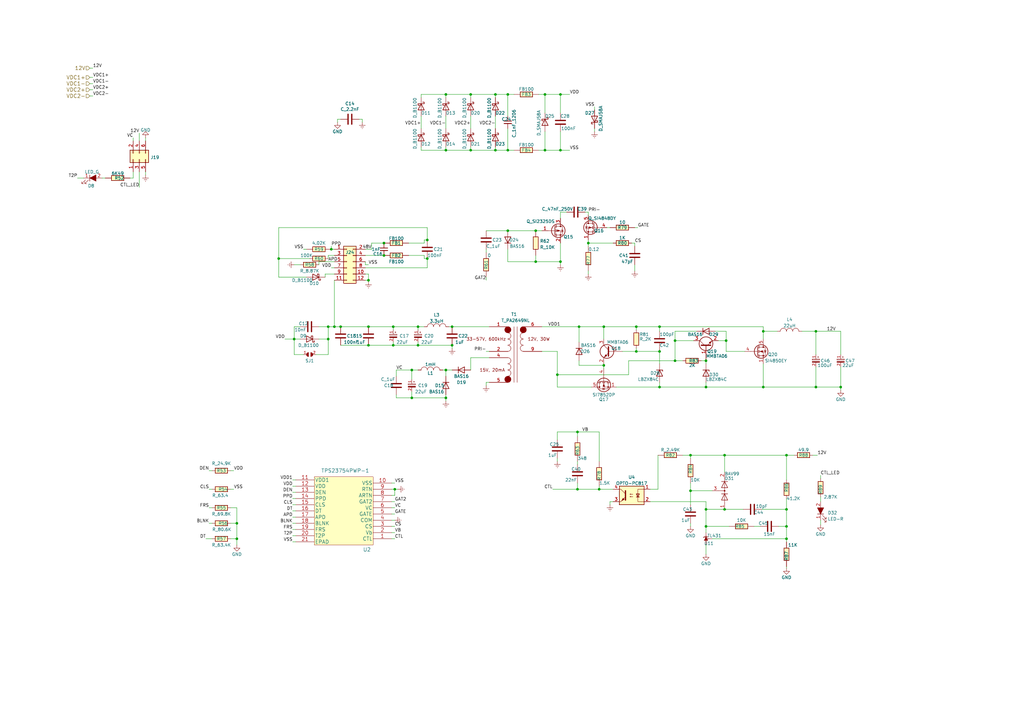
<source format=kicad_sch>
(kicad_sch (version 20230121) (generator eeschema)
  (paper "A3")
  (junction (at 229.87 61.595))
  (junction (at 229.87 107.315))
  (junction (at 236.855 177.165))
  (junction (at 322.58 220.98))
  (junction (at 229.87 38.735))
  (junction (at 260.985 144.145))
  (junction (at 193.04 38.735))
  (junction (at 260.985 133.985))
  (junction (at 322.58 186.69))
  (junction (at 97.155 220.98))
  (junction (at 297.18 208.915))
  (junction (at 193.04 61.595))
  (junction (at 157.48 99.695))
  (junction (at 334.645 135.89))
  (junction (at 120.65 139.065))
  (junction (at 247.65 149.86))
  (junction (at 203.2 38.735))
  (junction (at 161.925 200.66))
  (junction (at 270.51 133.985))
  (junction (at 270.51 144.145))
  (junction (at 182.88 61.595))
  (junction (at 137.16 133.985))
  (junction (at 322.58 208.915))
  (junction (at 157.48 104.775))
  (junction (at 245.745 200.66))
  (junction (at 151.13 141.605))
  (junction (at 161.29 133.985))
  (junction (at 297.815 139.7))
  (junction (at 289.56 215.9))
  (junction (at 241.3 99.695))
  (junction (at 168.91 151.765))
  (junction (at 219.71 107.315))
  (junction (at 182.88 151.765))
  (junction (at 182.88 163.195))
  (junction (at 276.86 147.955))
  (junction (at 134.62 139.065))
  (junction (at 168.91 163.195))
  (junction (at 289.56 147.955))
  (junction (at 289.56 158.75))
  (junction (at 223.52 38.735))
  (junction (at 182.88 38.735))
  (junction (at 322.58 215.9))
  (junction (at 185.42 133.985))
  (junction (at 208.28 94.615))
  (junction (at 151.13 133.985))
  (junction (at 161.29 141.605))
  (junction (at 313.055 135.89))
  (junction (at 276.86 139.7))
  (junction (at 344.805 158.75))
  (junction (at 134.62 133.985))
  (junction (at 185.42 141.605))
  (junction (at 114.3 106.045))
  (junction (at 236.855 200.66))
  (junction (at 283.21 201.295))
  (junction (at 334.645 158.75))
  (junction (at 171.45 141.605))
  (junction (at 283.21 186.69))
  (junction (at 175.26 98.425))
  (junction (at 228.6 153.67))
  (junction (at 223.52 61.595))
  (junction (at 270.51 158.75))
  (junction (at 151.13 114.935))
  (junction (at 97.155 214.63))
  (junction (at 313.055 158.75))
  (junction (at 219.71 94.615))
  (junction (at 247.65 133.985))
  (junction (at 171.45 133.985))
  (junction (at 175.26 106.045))
  (junction (at 139.7 133.985))
  (junction (at 237.49 133.985))
  (junction (at 208.28 38.735))
  (junction (at 135.89 102.235))
  (junction (at 289.56 208.915))
  (junction (at 203.2 61.595))
  (junction (at 297.18 186.69))
  (junction (at 208.28 61.595))
  (wire (pts (xy 149.86 102.235) (xy 152.4 102.235)))
  (wire (pts (xy 138.43 50.165) (xy 138.43 48.895)))
  (wire (pts (xy 149.86 109.855) (xy 175.26 109.855)))
  (wire (pts (xy 297.815 139.7) (xy 294.64 139.7)))
  (wire (pts (xy 245.745 177.165) (xy 236.855 177.165)))
  (wire (pts (xy 38.1 39.37) (xy 36.83 39.37)))
  (wire (pts (xy 297.18 186.69) (xy 322.58 186.69)))
  (wire (pts (xy 251.46 99.695) (xy 241.3 99.695)))
  (wire (pts (xy 185.42 141.605) (xy 185.42 142.875)))
  (wire (pts (xy 172.72 47.625) (xy 172.72 52.705)))
  (wire (pts (xy 120.65 139.065) (xy 120.65 145.415)))
  (wire (pts (xy 149.86 104.775) (xy 157.48 104.775)))
  (wire (pts (xy 228.6 180.34) (xy 228.6 177.165)))
  (wire (pts (xy 149.86 108.585) (xy 151.13 108.585)))
  (wire (pts (xy 54.61 73.025) (xy 53.34 73.025)))
  (wire (pts (xy 223.52 61.595) (xy 229.87 61.595)))
  (wire (pts (xy 245.745 189.23) (xy 245.745 177.165)))
  (wire (pts (xy 184.15 133.985) (xy 185.42 133.985)))
  (wire (pts (xy 292.1 220.98) (xy 322.58 220.98)))
  (wire (pts (xy 229.87 53.975) (xy 229.87 61.595)))
  (wire (pts (xy 208.28 52.705) (xy 208.28 61.595)))
  (wire (pts (xy 97.155 214.63) (xy 97.155 220.98)))
  (wire (pts (xy 260.35 99.695) (xy 259.08 99.695)))
  (wire (pts (xy 289.56 156.845) (xy 289.56 158.75)))
  (wire (pts (xy 229.87 89.535) (xy 229.87 86.995)))
  (wire (pts (xy 223.52 38.735) (xy 229.87 38.735)))
  (wire (pts (xy 86.995 193.04) (xy 85.725 193.04)))
  (wire (pts (xy 344.805 150.495) (xy 344.805 158.75)))
  (wire (pts (xy 172.72 38.735) (xy 182.88 38.735)))
  (wire (pts (xy 135.89 102.235) (xy 137.16 102.235)))
  (wire (pts (xy 135.89 100.965) (xy 135.89 102.235)))
  (wire (pts (xy 160.655 213.36) (xy 161.925 213.36)))
  (wire (pts (xy 152.4 99.695) (xy 152.4 102.235)))
  (wire (pts (xy 257.81 147.955) (xy 257.81 153.67)))
  (wire (pts (xy 114.3 106.045) (xy 127 106.045)))
  (wire (pts (xy 133.35 113.665) (xy 133.35 112.395)))
  (wire (pts (xy 175.26 109.855) (xy 175.26 106.045)))
  (wire (pts (xy 305.435 144.145) (xy 297.815 144.145)))
  (wire (pts (xy 57.15 70.485) (xy 57.15 76.835)))
  (wire (pts (xy 57.15 54.61) (xy 57.15 57.785)))
  (wire (pts (xy 203.2 47.625) (xy 203.2 52.705)))
  (wire (pts (xy 247.65 149.86) (xy 247.65 151.13)))
  (wire (pts (xy 38.1 31.75) (xy 36.83 31.75)))
  (wire (pts (xy 344.805 145.415) (xy 344.805 135.89)))
  (wire (pts (xy 313.055 135.89) (xy 318.77 135.89)))
  (wire (pts (xy 222.25 133.985) (xy 237.49 133.985)))
  (wire (pts (xy 149.86 107.315) (xy 149.86 108.585)))
  (wire (pts (xy 247.65 133.985) (xy 260.985 133.985)))
  (wire (pts (xy 162.56 161.925) (xy 162.56 163.195)))
  (wire (pts (xy 114.3 106.045) (xy 114.3 93.345)))
  (wire (pts (xy 229.87 61.595) (xy 233.68 61.595)))
  (wire (pts (xy 270.51 133.985) (xy 313.055 133.985)))
  (wire (pts (xy 129.54 145.415) (xy 134.62 145.415)))
  (wire (pts (xy 54.61 56.515) (xy 54.61 57.785)))
  (wire (pts (xy 171.45 140.335) (xy 171.45 141.605)))
  (wire (pts (xy 151.13 112.395) (xy 151.13 114.935)))
  (wire (pts (xy 193.04 60.325) (xy 193.04 61.595)))
  (wire (pts (xy 161.925 198.12) (xy 160.655 198.12)))
  (wire (pts (xy 252.73 158.75) (xy 270.51 158.75)))
  (wire (pts (xy 250.19 93.345) (xy 248.92 93.345)))
  (wire (pts (xy 289.56 205.74) (xy 289.56 208.915)))
  (wire (pts (xy 243.84 52.705) (xy 243.84 53.975)))
  (wire (pts (xy 182.88 151.765) (xy 185.42 151.765)))
  (wire (pts (xy 270.51 144.145) (xy 270.51 149.225)))
  (wire (pts (xy 43.18 73.025) (xy 41.91 73.025)))
  (wire (pts (xy 130.81 139.065) (xy 134.62 139.065)))
  (wire (pts (xy 121.285 196.85) (xy 120.015 196.85)))
  (wire (pts (xy 120.65 133.985) (xy 123.19 133.985)))
  (wire (pts (xy 134.62 133.985) (xy 137.16 133.985)))
  (wire (pts (xy 162.56 163.195) (xy 168.91 163.195)))
  (wire (pts (xy 161.29 141.605) (xy 151.13 141.605)))
  (wire (pts (xy 38.1 36.83) (xy 36.83 36.83)))
  (wire (pts (xy 130.81 133.985) (xy 134.62 133.985)))
  (wire (pts (xy 85.725 200.66) (xy 86.995 200.66)))
  (wire (pts (xy 289.56 218.44) (xy 289.56 215.9)))
  (wire (pts (xy 260.985 133.985) (xy 270.51 133.985)))
  (wire (pts (xy 171.45 133.985) (xy 173.99 133.985)))
  (wire (pts (xy 161.925 218.44) (xy 160.655 218.44)))
  (wire (pts (xy 219.71 94.615) (xy 222.25 94.615)))
  (wire (pts (xy 336.55 194.945) (xy 336.55 196.215)))
  (wire (pts (xy 270.51 135.89) (xy 270.51 133.985)))
  (wire (pts (xy 151.13 114.935) (xy 151.13 115.57)))
  (wire (pts (xy 336.55 213.36) (xy 336.55 215.265)))
  (wire (pts (xy 283.21 198.12) (xy 283.21 201.295)))
  (wire (pts (xy 210.82 38.735) (xy 208.28 38.735)))
  (wire (pts (xy 134.62 106.045) (xy 134.62 104.775)))
  (wire (pts (xy 160.655 200.66) (xy 161.925 200.66)))
  (wire (pts (xy 123.19 139.065) (xy 120.65 139.065)))
  (wire (pts (xy 287.655 147.955) (xy 289.56 147.955)))
  (wire (pts (xy 161.925 205.74) (xy 160.655 205.74)))
  (wire (pts (xy 172.72 61.595) (xy 182.88 61.595)))
  (wire (pts (xy 168.91 151.765) (xy 168.91 155.575)))
  (wire (pts (xy 54.61 70.485) (xy 54.61 73.025)))
  (wire (pts (xy 199.39 156.845) (xy 200.66 156.845)))
  (wire (pts (xy 59.69 70.485) (xy 59.69 71.755)))
  (wire (pts (xy 199.39 113.665) (xy 199.39 114.935)))
  (wire (pts (xy 241.3 86.995) (xy 241.3 88.265)))
  (wire (pts (xy 210.82 61.595) (xy 208.28 61.595)))
  (wire (pts (xy 255.27 144.145) (xy 260.985 144.145)))
  (wire (pts (xy 124.46 102.235) (xy 125.73 102.235)))
  (wire (pts (xy 147.32 48.895) (xy 148.59 48.895)))
  (wire (pts (xy 162.56 154.305) (xy 162.56 151.765)))
  (wire (pts (xy 161.925 203.2) (xy 161.925 200.66)))
  (wire (pts (xy 121.285 222.25) (xy 120.015 222.25)))
  (wire (pts (xy 344.805 135.89) (xy 334.645 135.89)))
  (wire (pts (xy 161.29 133.985) (xy 151.13 133.985)))
  (wire (pts (xy 121.285 201.93) (xy 120.015 201.93)))
  (wire (pts (xy 229.87 38.735) (xy 229.87 46.355)))
  (wire (pts (xy 173.99 106.045) (xy 175.26 106.045)))
  (wire (pts (xy 173.99 99.695) (xy 173.99 98.425)))
  (wire (pts (xy 220.98 61.595) (xy 223.52 61.595)))
  (wire (pts (xy 260.35 100.965) (xy 260.35 99.695)))
  (wire (pts (xy 199.39 102.235) (xy 199.39 103.505)))
  (wire (pts (xy 297.815 135.89) (xy 297.815 139.7)))
  (wire (pts (xy 219.71 107.315) (xy 219.71 104.775)))
  (wire (pts (xy 94.615 214.63) (xy 97.155 214.63)))
  (wire (pts (xy 133.35 112.395) (xy 137.16 112.395)))
  (wire (pts (xy 297.18 186.69) (xy 283.21 186.69)))
  (wire (pts (xy 236.855 198.12) (xy 236.855 200.66)))
  (wire (pts (xy 173.99 98.425) (xy 175.26 98.425)))
  (wire (pts (xy 137.16 114.935) (xy 137.16 133.985)))
  (wire (pts (xy 120.015 199.39) (xy 121.285 199.39)))
  (wire (pts (xy 260.985 144.145) (xy 260.985 142.875)))
  (wire (pts (xy 120.015 204.47) (xy 121.285 204.47)))
  (wire (pts (xy 38.1 27.94) (xy 36.83 27.94)))
  (wire (pts (xy 334.645 158.75) (xy 344.805 158.75)))
  (wire (pts (xy 236.855 200.66) (xy 245.745 200.66)))
  (wire (pts (xy 120.015 209.55) (xy 121.285 209.55)))
  (wire (pts (xy 114.3 113.665) (xy 114.3 106.045)))
  (wire (pts (xy 313.055 133.985) (xy 313.055 135.89)))
  (wire (pts (xy 134.62 139.065) (xy 134.62 145.415)))
  (wire (pts (xy 228.6 153.67) (xy 257.81 153.67)))
  (wire (pts (xy 261.62 93.345) (xy 260.35 93.345)))
  (wire (pts (xy 116.84 139.065) (xy 120.65 139.065)))
  (wire (pts (xy 241.3 111.125) (xy 241.3 112.395)))
  (wire (pts (xy 161.925 210.82) (xy 160.655 210.82)))
  (wire (pts (xy 228.6 153.67) (xy 228.6 158.75)))
  (wire (pts (xy 97.155 220.98) (xy 97.155 223.52)))
  (wire (pts (xy 222.25 144.145) (xy 228.6 144.145)))
  (wire (pts (xy 114.3 93.345) (xy 175.26 93.345)))
  (wire (pts (xy 260.985 135.255) (xy 260.985 133.985)))
  (wire (pts (xy 285.75 135.89) (xy 276.86 135.89)))
  (wire (pts (xy 193.04 38.735) (xy 182.88 38.735)))
  (wire (pts (xy 322.58 204.47) (xy 322.58 208.915)))
  (wire (pts (xy 247.65 149.225) (xy 247.65 149.86)))
  (wire (pts (xy 297.815 144.145) (xy 297.815 139.7)))
  (wire (pts (xy 171.45 141.605) (xy 161.29 141.605)))
  (wire (pts (xy 229.87 107.315) (xy 229.87 108.585)))
  (wire (pts (xy 297.18 208.915) (xy 304.8 208.915)))
  (wire (pts (xy 160.655 203.2) (xy 161.925 203.2)))
  (wire (pts (xy 309.245 215.9) (xy 311.785 215.9)))
  (wire (pts (xy 208.28 61.595) (xy 203.2 61.595)))
  (wire (pts (xy 313.055 158.75) (xy 334.645 158.75)))
  (wire (pts (xy 260.985 144.145) (xy 270.51 144.145)))
  (wire (pts (xy 208.28 94.615) (xy 219.71 94.615)))
  (wire (pts (xy 38.1 34.29) (xy 36.83 34.29)))
  (wire (pts (xy 121.285 217.17) (xy 120.015 217.17)))
  (wire (pts (xy 137.16 133.985) (xy 139.7 133.985)))
  (wire (pts (xy 228.6 158.75) (xy 242.57 158.75)))
  (wire (pts (xy 297.18 193.675) (xy 297.18 186.69)))
  (wire (pts (xy 241.3 98.425) (xy 241.3 99.695)))
  (wire (pts (xy 130.81 108.585) (xy 130.81 107.315)))
  (wire (pts (xy 280.035 147.955) (xy 276.86 147.955)))
  (wire (pts (xy 243.84 43.815) (xy 243.84 45.085)))
  (wire (pts (xy 203.2 60.325) (xy 203.2 61.595)))
  (wire (pts (xy 289.56 208.915) (xy 297.18 208.915)))
  (wire (pts (xy 322.58 215.9) (xy 322.58 220.98)))
  (wire (pts (xy 130.81 107.315) (xy 137.16 107.315)))
  (wire (pts (xy 173.99 104.775) (xy 173.99 106.045)))
  (wire (pts (xy 229.87 99.695) (xy 229.87 107.315)))
  (wire (pts (xy 245.745 199.39) (xy 245.745 200.66)))
  (wire (pts (xy 289.56 215.9) (xy 289.56 208.915)))
  (wire (pts (xy 168.91 163.195) (xy 182.88 163.195)))
  (wire (pts (xy 167.64 99.695) (xy 173.99 99.695)))
  (wire (pts (xy 322.58 220.98) (xy 322.58 222.25)))
  (wire (pts (xy 193.04 151.765) (xy 193.04 146.685)))
  (wire (pts (xy 182.88 161.925) (xy 182.88 163.195)))
  (wire (pts (xy 139.7 133.985) (xy 151.13 133.985)))
  (wire (pts (xy 260.35 108.585) (xy 260.35 111.125)))
  (wire (pts (xy 333.375 186.69) (xy 335.28 186.69)))
  (wire (pts (xy 241.3 99.695) (xy 241.3 100.965)))
  (wire (pts (xy 313.055 158.75) (xy 289.56 158.75)))
  (wire (pts (xy 182.88 61.595) (xy 182.88 60.325)))
  (wire (pts (xy 229.87 86.995) (xy 232.41 86.995)))
  (wire (pts (xy 182.88 38.735) (xy 182.88 40.005)))
  (wire (pts (xy 276.86 147.955) (xy 257.81 147.955)))
  (wire (pts (xy 171.45 135.255) (xy 171.45 133.985)))
  (wire (pts (xy 344.805 158.75) (xy 344.805 160.02)))
  (wire (pts (xy 283.21 201.295) (xy 283.21 207.01)))
  (wire (pts (xy 208.28 107.315) (xy 219.71 107.315)))
  (wire (pts (xy 193.04 47.625) (xy 193.04 52.705)))
  (wire (pts (xy 120.65 139.065) (xy 120.65 133.985)))
  (wire (pts (xy 152.4 99.695) (xy 157.48 99.695)))
  (wire (pts (xy 293.37 135.89) (xy 297.815 135.89)))
  (wire (pts (xy 228.6 144.145) (xy 228.6 153.67)))
  (wire (pts (xy 181.61 151.765) (xy 182.88 151.765)))
  (wire (pts (xy 283.21 201.295) (xy 292.1 201.295)))
  (wire (pts (xy 247.65 133.985) (xy 247.65 139.065)))
  (wire (pts (xy 237.49 149.86) (xy 247.65 149.86)))
  (wire (pts (xy 334.645 150.495) (xy 334.645 158.75)))
  (wire (pts (xy 120.65 108.585) (xy 123.19 108.585)))
  (wire (pts (xy 203.2 40.005) (xy 203.2 38.735)))
  (wire (pts (xy 135.89 109.855) (xy 137.16 109.855)))
  (wire (pts (xy 94.615 208.28) (xy 97.155 208.28)))
  (wire (pts (xy 220.98 38.735) (xy 223.52 38.735)))
  (wire (pts (xy 236.855 177.165) (xy 236.855 179.07)))
  (wire (pts (xy 322.58 186.69) (xy 322.58 196.85)))
  (wire (pts (xy 59.69 56.515) (xy 59.69 57.785)))
  (wire (pts (xy 148.59 48.895) (xy 148.59 50.165)))
  (wire (pts (xy 313.055 135.89) (xy 313.055 139.065)))
  (wire (pts (xy 172.72 40.005) (xy 172.72 38.735)))
  (wire (pts (xy 121.285 207.01) (xy 120.015 207.01)))
  (wire (pts (xy 289.56 147.955) (xy 289.56 149.225)))
  (wire (pts (xy 167.64 104.775) (xy 173.99 104.775)))
  (wire (pts (xy 283.21 214.63) (xy 283.21 215.9)))
  (wire (pts (xy 193.04 61.595) (xy 182.88 61.595)))
  (wire (pts (xy 138.43 48.895) (xy 139.7 48.895)))
  (wire (pts (xy 245.745 200.66) (xy 251.46 200.66)))
  (wire (pts (xy 97.155 208.28) (xy 97.155 214.63)))
  (wire (pts (xy 228.6 177.165) (xy 236.855 177.165)))
  (wire (pts (xy 84.455 220.98) (xy 86.995 220.98)))
  (wire (pts (xy 284.48 139.7) (xy 276.86 139.7)))
  (wire (pts (xy 289.56 158.75) (xy 270.51 158.75)))
  (wire (pts (xy 219.71 107.315) (xy 229.87 107.315)))
  (wire (pts (xy 226.695 200.66) (xy 236.855 200.66)))
  (wire (pts (xy 94.615 200.66) (xy 95.885 200.66)))
  (wire (pts (xy 85.725 214.63) (xy 86.995 214.63)))
  (wire (pts (xy 199.39 158.115) (xy 199.39 156.845)))
  (wire (pts (xy 171.45 133.985) (xy 161.29 133.985)))
  (wire (pts (xy 283.21 187.96) (xy 283.21 186.69)))
  (wire (pts (xy 121.285 212.09) (xy 120.015 212.09)))
  (wire (pts (xy 139.7 141.605) (xy 151.13 141.605)))
  (wire (pts (xy 289.56 147.32) (xy 289.56 147.955)))
  (wire (pts (xy 228.6 187.96) (xy 228.6 189.23)))
  (wire (pts (xy 237.49 147.955) (xy 237.49 149.86)))
  (wire (pts (xy 334.645 145.415) (xy 334.645 135.89)))
  (wire (pts (xy 162.56 151.765) (xy 168.91 151.765)))
  (wire (pts (xy 229.87 38.735) (xy 233.68 38.735)))
  (wire (pts (xy 171.45 141.605) (xy 185.42 141.605)))
  (wire (pts (xy 223.52 38.735) (xy 223.52 46.355)))
  (wire (pts (xy 269.875 200.66) (xy 269.875 186.69)))
  (wire (pts (xy 161.925 220.98) (xy 160.655 220.98)))
  (wire (pts (xy 161.925 200.66) (xy 163.195 200.66)))
  (wire (pts (xy 168.91 160.655) (xy 168.91 163.195)))
  (wire (pts (xy 134.62 133.985) (xy 134.62 139.065)))
  (wire (pts (xy 175.26 93.345) (xy 175.26 98.425)))
  (wire (pts (xy 168.91 151.765) (xy 171.45 151.765)))
  (wire (pts (xy 34.29 73.025) (xy 31.75 73.025)))
  (wire (pts (xy 193.04 146.685) (xy 200.66 146.685)))
  (wire (pts (xy 95.885 193.04) (xy 94.615 193.04)))
  (wire (pts (xy 161.925 215.9) (xy 160.655 215.9)))
  (wire (pts (xy 94.615 220.98) (xy 97.155 220.98)))
  (wire (pts (xy 312.42 208.915) (xy 322.58 208.915)))
  (wire (pts (xy 313.055 149.225) (xy 313.055 158.75)))
  (wire (pts (xy 336.55 203.835) (xy 336.55 205.74)))
  (wire (pts (xy 161.29 133.985) (xy 161.29 135.255)))
  (wire (pts (xy 322.58 215.9) (xy 319.405 215.9)))
  (wire (pts (xy 240.03 86.995) (xy 241.3 86.995)))
  (wire (pts (xy 270.51 143.51) (xy 270.51 144.145)))
  (wire (pts (xy 172.72 60.325) (xy 172.72 61.595)))
  (wire (pts (xy 208.28 38.735) (xy 203.2 38.735)))
  (wire (pts (xy 322.58 186.69) (xy 325.755 186.69)))
  (wire (pts (xy 120.015 214.63) (xy 121.285 214.63)))
  (wire (pts (xy 289.56 215.9) (xy 299.085 215.9)))
  (wire (pts (xy 86.995 208.28) (xy 85.725 208.28)))
  (wire (pts (xy 208.28 38.735) (xy 208.28 47.625)))
  (wire (pts (xy 283.21 186.69) (xy 280.035 186.69)))
  (wire (pts (xy 114.3 113.665) (xy 125.73 113.665)))
  (wire (pts (xy 134.62 104.775) (xy 137.16 104.775)))
  (wire (pts (xy 250.19 207.01) (xy 250.19 205.74)))
  (wire (pts (xy 199.39 94.615) (xy 208.28 94.615)))
  (wire (pts (xy 289.56 223.52) (xy 289.56 227.33)))
  (wire (pts (xy 322.58 232.41) (xy 322.58 233.045)))
  (wire (pts (xy 182.88 47.625) (xy 182.88 52.705)))
  (wire (pts (xy 276.86 135.89) (xy 276.86 139.7)))
  (wire (pts (xy 149.86 114.935) (xy 151.13 114.935)))
  (wire (pts (xy 120.015 219.71) (xy 121.285 219.71)))
  (wire (pts (xy 203.2 61.595) (xy 193.04 61.595)))
  (wire (pts (xy 149.86 112.395) (xy 151.13 112.395)))
  (wire (pts (xy 322.58 208.915) (xy 322.58 215.9)))
  (wire (pts (xy 182.88 154.305) (xy 182.88 151.765)))
  (wire (pts (xy 160.655 208.28) (xy 161.925 208.28)))
  (wire (pts (xy 203.2 38.735) (xy 193.04 38.735)))
  (wire (pts (xy 208.28 102.235) (xy 208.28 107.315)))
  (wire (pts (xy 266.7 205.74) (xy 289.56 205.74)))
  (wire (pts (xy 270.51 158.75) (xy 270.51 156.845)))
  (wire (pts (xy 237.49 133.985) (xy 237.49 140.335)))
  (wire (pts (xy 328.93 135.89) (xy 334.645 135.89)))
  (wire (pts (xy 185.42 133.985) (xy 200.66 133.985)))
  (wire (pts (xy 193.04 40.005) (xy 193.04 38.735)))
  (wire (pts (xy 120.65 145.415) (xy 124.46 145.415)))
  (wire (pts (xy 266.7 200.66) (xy 269.875 200.66)))
  (wire (pts (xy 276.86 139.7) (xy 276.86 147.955)))
  (wire (pts (xy 223.52 53.975) (xy 223.52 61.595)))
  (wire (pts (xy 250.19 205.74) (xy 251.46 205.74)))
  (wire (pts (xy 237.49 133.985) (xy 247.65 133.985)))
  (wire (pts (xy 236.855 189.23) (xy 236.855 190.5)))
  (wire (pts (xy 161.29 140.335) (xy 161.29 141.605)))
  (wire (pts (xy 182.88 163.195) (xy 182.88 164.465)))
  (wire (pts (xy 199.39 144.145) (xy 200.66 144.145)))
  (label "CTL_LED" (at 336.55 194.945 0))
  (label "GAT2" (at 161.925 205.74 0))
  (label "VDC1-" (at 182.88 51.435 180))
  (label "VDC1-" (at 38.1 34.29 0))
  (label "BLNK" (at 85.725 214.63 180))
  (label "FRS" (at 120.015 217.17 180))
  (label "VSS" (at 95.885 200.66 0))
  (label "CTL" (at 226.695 200.66 180))
  (label "VDD" (at 120.015 199.39 180))
  (label "DT" (at 120.015 209.55 180))
  (label "VDD" (at 95.885 193.04 0))
  (label "48V" (at 152.4 102.235 180))
  (label "VSS" (at 161.925 198.12 0))
  (label "GATE" (at 161.925 210.82 0))
  (label "T2P" (at 31.75 73.025 180))
  (label "VSS" (at 124.46 102.235 180))
  (label "VDC2+" (at 193.04 51.435 180))
  (label "GATE" (at 261.62 93.345 0))
  (label "VB" (at 161.925 218.44 0))
  (label "VSS" (at 243.84 43.815 180))
  (label "BLNK" (at 120.015 214.63 180))
  (label "VDD1" (at 120.015 196.85 180))
  (label "VSS" (at 120.015 222.25 180))
  (label "DEN" (at 120.015 201.93 180))
  (label "CS" (at 161.925 215.9 0))
  (label "12V" (at 339.09 135.89 0))
  (label "VC" (at 161.925 208.28 0))
  (label "VDC2-" (at 38.1 39.37 0))
  (label "VDD" (at 233.68 38.735 0))
  (label "VDC1+" (at 38.1 31.75 0))
  (label "CS" (at 260.35 99.695 0))
  (label "VDC2+" (at 38.1 36.83 0))
  (label "12V" (at 335.28 186.69 0))
  (label "PRI-" (at 199.39 144.145 180))
  (label "VC" (at 165.1 151.765 180))
  (label "VSS" (at 233.68 61.595 0))
  (label "CTL_LED" (at 57.15 76.835 180))
  (label "APD" (at 134.62 107.315 0))
  (label "CLS" (at 85.725 200.66 180))
  (label "FRS" (at 85.725 208.28 180))
  (label "APD" (at 120.015 212.09 180))
  (label "CTL" (at 161.925 220.98 0))
  (label "VDC2-" (at 203.2 51.435 180))
  (label "VDD" (at 116.84 139.065 180))
  (label "T2P" (at 120.015 219.71 180))
  (label "12V" (at 38.1 27.94 0))
  (label "VDC1+" (at 172.72 51.435 180))
  (label "DEN" (at 85.725 193.04 180))
  (label "PRI-" (at 241.3 86.995 0))
  (label "GAT2" (at 199.39 114.935 180))
  (label "CLS" (at 120.015 207.01 180))
  (label "12V" (at 57.15 54.61 180))
  (label "VB" (at 241.3 177.165 180))
  (label "VDD" (at 135.89 109.855 180))
  (label "PPD" (at 120.015 204.47 180))
  (label "VSS" (at 151.13 108.585 0))
  (label "VDD1" (at 224.79 133.985 0))
  (label "PPD" (at 135.89 100.965 0))
  (label "DT" (at 84.455 220.98 180))
  (label "VC" (at 54.61 56.515 180))
  (hierarchical_label "VDC1+" (shape input) (at 36.83 31.75 180) (effects (font (size 1.524 1.524))))
  (hierarchical_label "VDC1-" (shape input) (at 36.83 34.29 180) (effects (font (size 1.524 1.524))))
  (hierarchical_label "VDC2-" (shape input) (at 36.83 39.37 180) (effects (font (size 1.524 1.524))))
  (hierarchical_label "VDC2+" (shape input) (at 36.83 36.83 180) (effects (font (size 1.524 1.524))))
  (hierarchical_label "12V" (shape input) (at 36.83 27.94 180) (effects (font (size 1.524 1.524))))
  (symbol (lib_id "Open Automation:C_22uF_100V") (at 168.91 158.115 0) (unit 1)
    (property "Reference" "C19" (at 171.45 158.115 0) (effects (justify left)))
    (property "Value" "22uF" (at 170.18 160.655 0) (effects (justify left)))
    (property "Footprint" "Capacitor_SMD:C_Elec_8x10.2" (effects hide))
    (property "Datasheet" "https://datasheet.lcsc.com/lcsc/2010160933_ROQANG-RVT2A220M0810_C90264.pdf" (effects hide))
    (property "Part Number" "RVT2A220M0810" (effects hide))
    (property "LCSC" "C90264" (effects hide))
  )
  (symbol (lib_id "Open Automation:BAS16") (at 237.49 144.145 270) (unit 1)
    (property "Reference" "D26" (at 240.03 144.145 90))
    (property "Value" "BAS16" (at 241.3 141.605 90))
    (property "Footprint" "Package_TO_SOT_SMD:SOT-23" (effects hide))
    (property "Datasheet" "https://datasheet.lcsc.com/lcsc/1810292111_LRC-LBAS16LT1G_C78887.pdf" (effects hide))
    (property "Part Number" "LBAS16LT1G" (effects hide))
    (property "LCSC" "C78887" (effects hide))
  )
  (symbol (lib_id "Open Automation:T_PA2649NL") (at 210.82 145.415 0) (unit 1)
    (property "Reference" "T1" (at 210.82 128.905 0))
    (property "Value" "T_PA2649NL" (at 211.455 131.445 0))
    (property "Footprint" "Open_Automation:T_PA2649NL" (effects hide))
    (property "Datasheet" "https://productfinder.pulseeng.com/products/datasheets/P675.pdf" (effects hide))
    (property "Part Number" "PA2649NL" (effects hide))
  )
  (symbol (lib_id "Open Automation:R_41.2K") (at 322.58 200.66 0) (unit 1)
    (property "Reference" "R86" (at 322.58 201.93 90) (effects (justify left)))
    (property "Value" "41.2K" (at 322.58 204.47 0) (effects (justify left)))
    (property "Footprint" "Resistor_SMD:R_0402_1005Metric_Pad0.72x0.64mm_HandSolder" (effects hide))
    (property "Datasheet" "https://datasheet.lcsc.com/szlcsc/Uniroyal-Elec-0402WGF4122TCE_C26978.pdf" (effects hide))
    (property "Part Number" "0402WGF4122TCE" (effects hide))
    (property "LCSC" "C26978" (effects hide))
  )
  (symbol (lib_id "Open Automation:R_11K") (at 322.58 227.33 90) (unit 1)
    (property "Reference" "R87" (at 322.58 226.06 0) (effects (justify right)))
    (property "Value" "11K" (at 323.215 223.52 90) (effects (justify right)))
    (property "Footprint" "Resistor_SMD:R_0603_1608Metric" (effects hide))
    (property "Datasheet" "https://datasheet.lcsc.com/lcsc/2110260130_UNI-ROYAL-Uniroyal-Elec-0603WAF1102T5E_C25950.pdf" (effects hide))
    (property "Part Number" "0603WAF1102T5E" (effects hide))
    (property "LCSC" "C25950" (effects hide))
  )
  (symbol (lib_id "Open Automation:R_2.87K") (at 337.185 200.66 90) (unit 1)
    (property "Reference" "R89" (at 336.55 198.755 0) (effects (justify right)))
    (property "Value" "2.87K" (at 337.82 203.835 90) (effects (justify right)))
    (property "Footprint" "Resistor_SMD:R_0402_1005Metric" (effects hide))
    (property "Datasheet" "https://datasheet.lcsc.com/lcsc/2110260430_UNI-ROYAL-Uniroyal-Elec-0402WGF2871TCE_C113479.pdf" (effects hide))
    (property "Part Number" "0402WGF2871TCE" (effects hide))
    (property "LCSC" "C113479" (effects hide))
  )
  (symbol (lib_id "Open Automation:D_B1100") (at 172.72 56.515 270) (unit 1)
    (property "Reference" "D12" (at 172.72 59.055 90) (effects (justify left)))
    (property "Value" "D_B1100" (at 170.18 52.705 0) (effects (justify left)))
    (property "Footprint" "Diode_SMD:D_SMA" (effects hide))
    (property "Datasheet" "https://datasheet.lcsc.com/lcsc/1809191914_Diodes-Incorporated-B1100-13-F_C110106.pdf" (effects hide))
    (property "Part Number" "B1100-13-F" (effects hide))
    (property "LCSC" "C110106" (effects hide))
  )
  (symbol (lib_id "Open Automation:Q_SI7852DP") (at 247.65 156.21 90) (mirror x) (unit 1)
    (property "Reference" "Q17" (at 247.65 163.83 90))
    (property "Value" "SI7852DP" (at 247.65 161.925 90))
    (property "Footprint" "Package_SO:PowerPAK_SO-8_Single" (effects hide))
    (property "Datasheet" "https://datasheet.lcsc.com/lcsc/1804140024_Vishay-Intertech-SI7852DP-T1-E3_C141509.pdf" (effects hide))
    (property "Part Number" "SI7852DP-T1-E3" (effects hide))
    (property "LCSC" "C141509" (effects hide))
  )
  (symbol (lib_id "Open Automation:C_22nF") (at 236.855 194.31 0) (unit 1)
    (property "Reference" "C40" (at 234.315 192.405 0) (effects (justify left)))
    (property "Value" "22nF" (at 231.775 196.85 0) (effects (justify left)))
    (property "Footprint" "Capacitor_SMD:C_0402_1005Metric" (effects hide))
    (property "Datasheet" "https://datasheet.lcsc.com/lcsc/1811141710_FH-Guangdong-Fenghua-Advanced-Tech-0402B223K500NT_C1532.pdf" (effects hide))
    (property "LCSC" "C1532" (effects hide))
    (property "Part Number" "0402B223K500NT" (effects hide))
  )
  (symbol (lib_id "Open Automation:C_100nF_1206") (at 175.26 102.235 0) (unit 1)
    (property "Reference" "C21" (at 177.8 102.235 0) (effects (justify left)))
    (property "Value" "100nF" (at 175.26 104.775 0) (effects (justify left)))
    (property "Footprint" "Capacitor_SMD:C_1206_3216Metric_Pad1.33x1.80mm_HandSolder" (effects hide))
    (property "Datasheet" "https://datasheet.lcsc.com/szlcsc/Samsung-Electro-Mechanics-CL31B104KCFNNNE_C1945.pdf" (effects hide))
    (property "LCSC" "C1945" (effects hide))
    (property "Part Number" "CL31B104KCFNNNE" (effects hide))
  )
  (symbol (lib_id "Open Automation:C_1nF_1206") (at 208.28 50.165 0) (unit 1)
    (property "Reference" "C24" (at 205.74 48.895 0) (effects (justify left)))
    (property "Value" "C_1nF_1206" (at 210.82 56.515 90) (effects (justify left)))
    (property "Footprint" "Capacitor_SMD:C_1206_3216Metric_Pad1.33x1.80mm_HandSolder" (effects hide))
    (property "Datasheet" "https://datasheet.lcsc.com/szlcsc/YAGEO-CC1206KKX7RDBB102_C23631.pdf" (effects hide))
    (property "Part Number" "CC1206KKX7RDBB102" (effects hide))
    (property "LCSC" "C23631" (effects hide))
  )
  (symbol (lib_id "Open Automation:Q_MMBTA06") (at 248.92 144.145 0) (mirror y) (unit 1)
    (property "Reference" "Q18" (at 254.635 142.875 0) (effects (justify left)))
    (property "Value" "MMBTA06" (at 257.81 140.335 0) (effects (justify left)))
    (property "Footprint" "Package_TO_SOT_SMD:SOT-23" (effects hide))
    (property "Datasheet" "https://datasheet.lcsc.com/lcsc/1810301518_onsemi-MMBTA06LT1G_C77760.pdf" (effects hide))
    (property "Part Number" "MMBTA06LT1G" (effects hide))
    (property "LCSC" "C77760" (effects hide))
  )
  (symbol (lib_id "Open Automation:Q_MMBTA06") (at 289.56 140.97 90) (unit 1)
    (property "Reference" "Q19" (at 294.005 144.145 90) (effects (justify left)))
    (property "Value" "MMBTA06" (at 298.45 146.05 90) (effects (justify left)))
    (property "Footprint" "Package_TO_SOT_SMD:SOT-23" (effects hide))
    (property "Datasheet" "https://datasheet.lcsc.com/lcsc/1810301518_onsemi-MMBTA06LT1G_C77760.pdf" (effects hide))
    (property "Part Number" "MMBTA06LT1G" (effects hide))
    (property "LCSC" "C77760" (effects hide))
  )
  (symbol (lib_id "power:Earth") (at 199.39 158.115 0) (unit 1)
    (property "Reference" "#PWR0144" (effects hide))
    (property "Value" "Earth" (effects hide))
  )
  (symbol (lib_id "Open Automation:D_B1100") (at 182.88 43.815 270) (unit 1)
    (property "Reference" "D13" (at 182.88 46.355 90) (effects (justify left)))
    (property "Value" "D_B1100" (at 180.34 40.005 0) (effects (justify left)))
    (property "Footprint" "Diode_SMD:D_SMA" (effects hide))
    (property "Datasheet" "https://datasheet.lcsc.com/lcsc/1809191914_Diodes-Incorporated-B1100-13-F_C110106.pdf" (effects hide))
    (property "Part Number" "B1100-13-F" (effects hide))
    (property "LCSC" "C110106" (effects hide))
  )
  (symbol (lib_id "Open Automation:C_100pF") (at 270.51 139.7 0) (unit 1)
    (property "Reference" "C42" (at 270.51 141.605 0) (effects (justify left)))
    (property "Value" "100pF" (at 270.51 137.16 0) (effects (justify left)))
    (property "Footprint" "Capacitor_SMD:C_0402_1005Metric_Pad0.74x0.62mm_HandSolder" (effects hide))
    (property "Datasheet" "https://datasheet.lcsc.com/szlcsc/Guangdong-Fenghua-Advanced-Tech-0402CG101J500NT_C1546.pdf" (effects hide))
    (property "Part Number" "0402CG101J500NT" (effects hide))
    (property "LCSC" "C1546" (effects hide))
  )
  (symbol (lib_id "Open Automation:L_1mH") (at 176.53 151.765 0) (unit 1)
    (property "Reference" "L1" (at 176.53 153.035 0))
    (property "Value" "1mH" (at 176.53 149.4591 0))
    (property "Footprint" "Inductor_SMD:L_Taiyo-Yuden_NR-80xx_HandSoldering" (effects hide))
    (property "Datasheet" "https://datasheet.lcsc.com/lcsc/2006231717_YJYCOIN-YNR8040-102M_C341088.pdf" (effects hide))
    (property "Part Number" "YNR8040-102M" (effects hide))
    (property "LCSC" "C341088" (effects hide))
  )
  (symbol (lib_id "Open Automation:R_2K") (at 283.21 147.32 180) (unit 1)
    (property "Reference" "R83" (at 282.575 147.955 0) (effects (justify right)))
    (property "Value" "2K" (at 282.575 149.86 0) (effects (justify right)))
    (property "Footprint" "Resistor_SMD:R_1206_3216Metric" (effects hide))
    (property "Datasheet" "https://datasheet.lcsc.com/lcsc/2110251930_UNI-ROYAL-Uniroyal-Elec-1206W4F2001T5E_C17944.pdf" (effects hide))
    (property "Part Number" "1206W4F2001T5E" (effects hide))
    (property "LCSC" "C17944" (effects hide))
  )
  (symbol (lib_id "Open Automation:R_1K_0402") (at 255.27 99.695 270) (mirror x) (unit 1)
    (property "Reference" "R80" (at 255.27 99.695 90))
    (property "Value" "1K" (at 255.27 97.5161 90))
    (property "Footprint" "Resistor_SMD:R_0402_1005Metric_Pad0.72x0.64mm_HandSolder" (effects hide))
    (property "Datasheet" "https://www.digikey.com/product-detail/en/panasonic-electronic-components/ERJ-3GEYJ102V/P1.0KGDKR-ND/577615" (effects hide))
    (property "Part Number" "0402WGF1001TCE" (effects hide))
    (property "LCSC" "C11702" (effects hide))
  )
  (symbol (lib_id "Open Automation:R_6K49_0402") (at 48.26 73.025 270) (unit 1)
    (property "Reference" "R52" (at 46.99 73.025 90) (effects (justify left)))
    (property "Value" "6K49" (at 45.72 71.12 90) (effects (justify left)))
    (property "Footprint" "Resistor_SMD:R_0402_1005Metric_Pad0.72x0.64mm_HandSolder" (effects hide))
    (property "Datasheet" "https://datasheet.lcsc.com/lcsc/2110260130_UNI-ROYAL-Uniroyal-Elec-0402WGF6491TCE_C25916.pdf" (effects hide))
    (property "Part Number" "0402WGF1002TCE" (effects hide))
    (property "LCSC" "C25916" (effects hide))
  )
  (symbol (lib_id "Open Automation:R_348") (at 236.855 184.15 90) (unit 1)
    (property "Reference" "R63" (at 236.855 182.88 0) (effects (justify right)))
    (property "Value" "348" (at 236.855 187.96 90) (effects (justify right)))
    (property "Footprint" "Resistor_SMD:R_0402_1005Metric" (effects hide))
    (property "Datasheet" "https://datasheet.lcsc.com/lcsc/2110260030_UNI-ROYAL-Uniroyal-Elec-0402WGF1501TCE_C25867.pdf" (effects hide))
    (property "Part Number" "0402WGF1501TCE" (effects hide))
    (property "LCSC" "C25867" (effects hide))
  )
  (symbol (lib_id "power:Earth") (at 120.65 108.585 270) (unit 1)
    (property "Reference" "#PWR0142" (effects hide))
    (property "Value" "Earth" (effects hide))
  )
  (symbol (lib_id "Open Automation:R_10K_0402") (at 304.165 215.9 90) (unit 1)
    (property "Reference" "R85" (at 305.435 215.9 90) (effects (justify left)))
    (property "Value" "10K" (at 306.07 213.36 90) (effects (justify left)))
    (property "Footprint" "Resistor_SMD:R_0402_1005Metric_Pad0.72x0.64mm_HandSolder" (effects hide))
    (property "Datasheet" "https://datasheet.lcsc.com/szlcsc/Uniroyal-Elec-0402WGF1002TCE_C25744.pdf" (effects hide))
    (property "Part Number" "0402WGF1002TCE" (effects hide))
    (property "LCSC" "C25744" (effects hide))
  )
  (symbol (lib_id "Open Automation:R_100K_0402") (at 130.81 106.045 270) (unit 1)
    (property "Reference" "R60" (at 130.81 106.045 90))
    (property "Value" "100K" (at 125.73 104.775 90))
    (property "Footprint" "Resistor_SMD:R_0402_1005Metric_Pad0.72x0.64mm_HandSolder" (effects hide))
    (property "Datasheet" "https://datasheet.lcsc.com/lcsc/1810111814_UNI-ROYAL-Uniroyal-Elec-0402WGF1003TCE_C25741.pdf" (effects hide))
    (property "Part Number" "0402WGF1003TCE" (effects hide))
    (property "LCSC" "C25741" (effects hide))
  )
  (symbol (lib_id "power:GND") (at 344.805 160.02 0) (unit 1)
    (property "Reference" "#PWR0132" (effects hide))
    (property "Value" "GND" (at 344.805 163.83 0))
  )
  (symbol (lib_id "Open_Automation:R_80.6K") (at 90.805 214.63 270) (unit 1)
    (property "Reference" "R56" (at 89.535 214.63 90) (effects (justify left)))
    (property "Value" "R_80.6K" (at 86.995 217.17 90) (effects (justify left)))
    (property "Footprint" "Resistor_SMD:R_0402_1005Metric_Pad0.72x0.64mm_HandSolder" (effects hide))
    (property "Datasheet" "https://datasheet.lcsc.com/szlcsc/Uniroyal-Elec-0402WGF8062TCE_C25921.pdf" (effects hide))
    (property "Part Number" "0402WGF8062TCE" (effects hide))
    (property "LCSC" "C25921" (effects hide))
  )
  (symbol (lib_id "Open Automation:FB100") (at 162.56 104.775 90) (unit 1)
    (property "Reference" "FB2" (at 162.56 104.775 90))
    (property "Value" "FB100" (at 162.56 107.315 90))
    (property "Footprint" "Resistor_SMD:R_1206_3216Metric" (effects hide))
    (property "Datasheet" "https://datasheet.lcsc.com/lcsc/1810311315_FH-Guangdong-Fenghua-Advanced-Tech-CBW321609U101T_C91466.pdf" (effects hide))
    (property "Part Number" "CBW321609U101T" (effects hide))
    (property "LCSC" "C91466" (effects hide))
  )
  (symbol (lib_id "Open Automation:D_LBZX84C") (at 289.56 153.035 270) (unit 1)
    (property "Reference" "D30" (at 290.83 153.67 90) (effects (justify left)))
    (property "Value" "LBZX84C" (at 289.56 155.575 90) (effects (justify left)))
    (property "Footprint" "Package_TO_SOT_SMD:SOT-23" (effects hide))
    (property "Datasheet" "https://datasheet.lcsc.com/lcsc/1809111518_LRC-LBZX84C12LT1G_C12773.pdf" (effects hide))
    (property "Part Number" "LBZX84C12LT1G" (effects hide))
    (property "LCSC" "C12773" (effects hide))
  )
  (symbol (lib_id "power:GND") (at 289.56 227.33 0) (unit 1)
    (property "Reference" "#PWR0136" (effects hide))
    (property "Value" "GND" (at 289.56 231.14 0))
  )
  (symbol (lib_id "Open Automation:SJ") (at 127 145.415 0) (unit 1)
    (property "Reference" "SJ1" (at 127 147.955 0))
    (property "Value" "SJ" (effects hide))
    (property "Footprint" "Open_Automation:SJUMP" (effects hide))
  )
  (symbol (lib_id "Open Automation:LED-0603-R") (at 336.55 209.55 90) (unit 1)
    (property "Reference" "D32" (at 339.471 210.3155 90) (effects (justify right)))
    (property "Value" "LED-R" (at 339.471 212.8524 90) (effects (justify right)))
    (property "Footprint" "LED_SMD:LED_0603_1608Metric" (effects hide))
    (property "Datasheet" "https://www.digikey.com/products/en?keywords=475-2512-2-ND" (effects hide))
    (property "Part Number" "LS Q976-NR-1" (effects hide))
  )
  (symbol (lib_id "Open Automation:L_3.3uH") (at 179.07 133.985 0) (unit 1)
    (property "Reference" "L3" (at 179.07 129.1422 0))
    (property "Value" "3.3uH" (at 179.07 131.6791 0))
    (property "Footprint" "Inductor_SMD:L_Taiyo-Yuden_NR-50xx_HandSoldering" (effects hide))
    (property "Datasheet" "https://datasheet.lcsc.com/lcsc/2006231814_YJYCOIN-YNR6020-3R3N_C341044.pdf" (effects hide))
    (property "Part Number" "YNR6020-3R3N" (effects hide))
    (property "LCSC" "C341044" (effects hide))
  )
  (symbol (lib_id "Open Automation:R_49.9_0402") (at 329.565 186.69 90) (unit 1)
    (property "Reference" "R88" (at 329.565 186.69 90))
    (property "Value" "49.9" (at 329.565 184.5111 90))
    (property "Footprint" "Resistor_SMD:R_0402_1005Metric_Pad0.72x0.64mm_HandSolder" (effects hide))
    (property "Datasheet" "https://datasheet.lcsc.com/szlcsc/Uniroyal-Elec-0402WGF499JTCE_C25120.pdf" (effects hide))
    (property "Part Number" "0402WGF499JTCE" (effects hide))
    (property "LCSC" "C25120" (effects hide))
  )
  (symbol (lib_id "Open_Automation:R_24.9K") (at 90.805 193.04 270) (unit 1)
    (property "Reference" "R53" (at 90.805 193.04 90))
    (property "Value" "R_24.9K" (at 90.805 190.0936 90))
    (property "Footprint" "Resistor_SMD:R_0603_1608Metric_Pad0.98x0.95mm_HandSolder" (effects hide))
    (property "Datasheet" "https://datasheet.lcsc.com/szlcsc/Uniroyal-Elec-0603WAF2492T5E_C25962.pdf" (effects hide))
    (property "Part Number" "0603WAF2492T5E" (effects hide))
    (property "LCSC" "C25962" (effects hide))
  )
  (symbol (lib_id "Open Automation:C_1uF_1206") (at 185.42 137.795 0) (unit 1)
    (property "Reference" "C22" (at 187.96 137.795 0) (effects (justify left)))
    (property "Value" "1uF" (at 186.69 140.335 0) (effects (justify left)))
    (property "Footprint" "Capacitor_SMD:C_1206_3216Metric_Pad1.33x1.80mm_HandSolder" (effects hide))
    (property "Datasheet" "https://datasheet.lcsc.com/szlcsc/Samsung-Electro-Mechanics-CL31B105KCHNNNE_C13832.pdf" (effects hide))
    (property "LCSC" "C13832" (effects hide))
    (property "Part Number" "CL31B105KCHNNNE" (effects hide))
  )
  (symbol (lib_id "Open Automation:R_63.4K") (at 90.805 220.98 90) (unit 1)
    (property "Reference" "R57" (at 90.805 220.98 90))
    (property "Value" "R_63.4K" (at 90.805 223.52 90))
    (property "Footprint" "Resistor_SMD:R_0402_1005Metric" (effects hide))
    (property "Datasheet" "https://datasheet.lcsc.com/lcsc/1810241345_YAGEO-AC0402FR-0763K4L_C227177.pdf" (effects hide))
    (property "Part Number" "AC0402FR-0763K4L" (effects hide))
    (property "LCSC" "C227177" (effects hide))
  )
  (symbol (lib_id "Open Automation:C_1uF") (at 228.6 184.15 0) (unit 1)
    (property "Reference" "C25" (at 225.425 182.245 0) (effects (justify left)))
    (property "Value" "1uF" (at 224.79 186.69 0) (effects (justify left)))
    (property "Footprint" "Capacitor_SMD:C_0402_1005Metric_Pad0.74x0.62mm_HandSolder" (effects hide))
    (property "Datasheet" "https://datasheet.lcsc.com/szlcsc/Samsung-Electro-Mechanics-CL05A105KA5NQNC_C52923.pdf" (effects hide))
    (property "LCSC" "C52923" (effects hide))
    (property "Part Number" "CL05A105KA5NQNC" (effects hide))
  )
  (symbol (lib_id "Open Automation:D_B1100") (at 127 139.065 180) (unit 1)
    (property "Reference" "D9" (at 125.73 137.795 0) (effects (justify left)))
    (property "Value" "D_B1100" (at 130.81 141.605 0) (effects (justify left)))
    (property "Footprint" "Diode_SMD:D_SMA" (effects hide))
    (property "Datasheet" "https://datasheet.lcsc.com/lcsc/1809191914_Diodes-Incorporated-B1100-13-F_C110106.pdf" (effects hide))
    (property "Part Number" "B1100-13-F" (effects hide))
    (property "LCSC" "C110106" (effects hide))
  )
  (symbol (lib_id "power:Earth") (at 185.42 142.875 0) (unit 1)
    (property "Reference" "#PWR0145" (effects hide))
    (property "Value" "Earth" (effects hide))
  )
  (symbol (lib_id "Open Automation:R_2.49K") (at 274.955 186.69 0) (unit 1)
    (property "Reference" "R82" (at 274.955 186.69 0))
    (property "Value" "R_2.49K" (at 274.955 184.5111 0))
    (property "Footprint" "Resistor_SMD:R_0402_1005Metric" (effects hide))
    (property "Datasheet" "https://datasheet.lcsc.com/lcsc/2110260030_UNI-ROYAL-Uniroyal-Elec-0402WGF1501TCE_C25867.pdf" (effects hide))
    (property "Part Number" "0402WGF1501TCE" (effects hide))
    (property "LCSC" "C25867" (effects hide))
  )
  (symbol (lib_id "Open_Automation:R_63.4") (at 90.805 200.66 270) (unit 1)
    (property "Reference" "R54" (at 89.535 200.66 90) (effects (justify left)))
    (property "Value" "R_63.4" (at 86.995 203.2 90) (effects (justify left)))
    (property "Footprint" "Resistor_SMD:R_0603_1608Metric_Pad0.98x0.95mm_HandSolder" (effects hide))
    (property "Datasheet" "https://datasheet.lcsc.com/szlcsc/Uniroyal-Elec-0402WGF6342TCE_C38606.pdf" (effects hide))
    (property "Part Number" "0603WAF634JT5E" (effects hide))
    (property "LCSC" "C23223" (effects hide))
  )
  (symbol (lib_id "Open Automation:C_100nF_1206") (at 139.7 137.795 0) (unit 1)
    (property "Reference" "C13" (at 142.24 137.795 0) (effects (justify left)))
    (property "Value" "100nF" (at 140.97 140.335 0) (effects (justify left)))
    (property "Footprint" "Capacitor_SMD:C_1206_3216Metric_Pad1.33x1.80mm_HandSolder" (effects hide))
    (property "Datasheet" "https://datasheet.lcsc.com/szlcsc/Samsung-Electro-Mechanics-CL31B104KCFNNNE_C1945.pdf" (effects hide))
    (property "LCSC" "C1945" (effects hide))
    (property "Part Number" "CL31B104KCFNNNE" (effects hide))
  )
  (symbol (lib_id "Open Automation:BAS16") (at 189.23 151.765 0) (unit 1)
    (property "Reference" "D19" (at 189.23 156.845 0))
    (property "Value" "BAS16" (at 189.23 154.305 0))
    (property "Footprint" "Package_TO_SOT_SMD:SOT-23" (effects hide))
    (property "Datasheet" "https://datasheet.lcsc.com/lcsc/1810292111_LRC-LBAS16LT1G_C78887.pdf" (effects hide))
    (property "Part Number" "LBAS16LT1G" (effects hide))
    (property "LCSC" "C78887" (effects hide))
  )
  (symbol (lib_id "power:Earth") (at 250.19 207.01 0) (unit 1)
    (property "Reference" "#PWR0131" (effects hide))
    (property "Value" "Earth" (effects hide))
  )
  (symbol (lib_id "Open Automation:R_0.12") (at 241.3 106.045 90) (unit 1)
    (property "Reference" "R77" (at 241.3 104.775 0) (effects (justify right)))
    (property "Value" "0.12" (at 241.3 102.235 90) (effects (justify right)))
    (property "Footprint" "Resistor_SMD:R_1206_3216Metric" (effects hide))
    (property "Datasheet" "https://datasheet.lcsc.com/lcsc/1811081728_RALEC-RTT06R120FTP_C104930.pdf" (effects hide))
    (property "Part Number" "0402WGF0000TCE" (effects hide))
    (property "LCSC" "C104930" (effects hide))
  )
  (symbol (lib_id "Open Automation:C_10nF_0402") (at 127 133.985 270) (mirror x) (unit 1)
    (property "Reference" "C12" (at 124.46 132.715 90))
    (property "Value" "10nF" (at 123.19 135.255 90))
    (property "Footprint" "Capacitor_SMD:C_0402_1005Metric" (effects hide))
    (property "Datasheet" "https://datasheet.lcsc.com/lcsc/1810191223_Samsung-Electro-Mechanics-CL05B103KB5NNNC_C15195.pdf" (effects hide))
    (property "LCSC" "C15195" (effects hide))
    (property "Part Number" "CL05B103KB5NNNC" (effects hide))
  )
  (symbol (lib_id "Open Automation:D_SMAJ58A") (at 243.84 48.895 90) (unit 1)
    (property "Reference" "D27" (at 243.84 46.355 90) (effects (justify left)))
    (property "Value" "D_SMAJ58A" (at 246.38 53.975 0) (effects (justify left)))
    (property "Footprint" "Diode_SMD:D_SMA_Handsoldering" (effects hide))
    (property "Datasheet" "https://datasheet.lcsc.com/szlcsc/Shenzhen-Ruilongyuan-Elec-SMAJ58A_C10762.pdf" (effects hide))
    (property "Part Number" "SMAJ58A" (effects hide))
    (property "LCSC" "C10762" (effects hide))
  )
  (symbol (lib_id "power:Earth") (at 228.6 189.23 0) (unit 1)
    (property "Reference" "#PWR0130" (effects hide))
    (property "Value" "Earth" (effects hide))
  )
  (symbol (lib_id "Open Automation:Q_SI4848DY") (at 243.84 93.345 0) (mirror y) (unit 1)
    (property "Reference" "Q16" (at 247.65 94.615 0) (effects (justify left)))
    (property "Value" "Q_SI4848DY" (at 252.73 89.535 0) (effects (justify left)))
    (property "Footprint" "Package_SO:SOP-8_3.9x4.9mm_P1.27mm" (effects hide))
    (property "Datasheet" "https://datasheet.lcsc.com/lcsc/2005121732_Vishay-Intertech-SI4848DY-T1-GE3_C500639.pdf" (effects hide))
    (property "Part Number" "SI4848DY-T1-GE3" (effects hide))
    (property "LCSC" "C500639" (effects hide))
  )
  (symbol (lib_id "Open Automation:D_B1100") (at 203.2 56.515 270) (unit 1)
    (property "Reference" "D23" (at 203.2 59.055 90) (effects (justify left)))
    (property "Value" "D_B1100" (at 200.66 52.705 0) (effects (justify left)))
    (property "Footprint" "Diode_SMD:D_SMA" (effects hide))
    (property "Datasheet" "https://datasheet.lcsc.com/lcsc/1809191914_Diodes-Incorporated-B1100-13-F_C110106.pdf" (effects hide))
    (property "Part Number" "B1100-13-F" (effects hide))
    (property "LCSC" "C110106" (effects hide))
  )
  (symbol (lib_id "power:Earth") (at 260.35 111.125 0) (unit 1)
    (property "Reference" "#PWR0129" (effects hide))
    (property "Value" "Earth" (effects hide))
  )
  (symbol (lib_id "Open Automation:C_100nF_1206") (at 229.87 50.165 0) (mirror y) (unit 1)
    (property "Reference" "C28" (at 233.68 47.625 0) (effects (justify left)))
    (property "Value" "100nF" (at 236.22 52.705 0) (effects (justify left)))
    (property "Footprint" "Capacitor_SMD:C_1206_3216Metric_Pad1.33x1.80mm_HandSolder" (effects hide))
    (property "Datasheet" "https://datasheet.lcsc.com/szlcsc/Samsung-Electro-Mechanics-CL31B104KCFNNNE_C1945.pdf" (effects hide))
    (property "LCSC" "C1945" (effects hide))
    (property "Part Number" "CL31B104KCFNNNE" (effects hide))
  )
  (symbol (lib_id "Open Automation:D_B1100") (at 193.04 56.515 270) (unit 1)
    (property "Reference" "D21" (at 193.04 59.055 90) (effects (justify left)))
    (property "Value" "D_B1100" (at 190.5 52.705 0) (effects (justify left)))
    (property "Footprint" "Diode_SMD:D_SMA" (effects hide))
    (property "Datasheet" "https://datasheet.lcsc.com/lcsc/1809191914_Diodes-Incorporated-B1100-13-F_C110106.pdf" (effects hide))
    (property "Part Number" "B1100-13-F" (effects hide))
    (property "LCSC" "C110106" (effects hide))
  )
  (symbol (lib_id "Open Automation:D_SMAJ58A") (at 223.52 50.165 270) (unit 1)
    (property "Reference" "D25" (at 223.52 47.625 90) (effects (justify left)))
    (property "Value" "D_SMAJ58A" (at 220.98 45.085 0) (effects (justify left)))
    (property "Footprint" "Diode_SMD:D_SMA_Handsoldering" (effects hide))
    (property "Datasheet" "https://datasheet.lcsc.com/szlcsc/Shenzhen-Ruilongyuan-Elec-SMAJ58A_C10762.pdf" (effects hide))
    (property "Part Number" "SMAJ58A" (effects hide))
    (property "LCSC" "C10762" (effects hide))
  )
  (symbol (lib_id "power:GND") (at 59.69 56.515 180) (unit 1)
    (property "Reference" "#PWR0138" (effects hide))
    (property "Value" "GND" (at 59.69 53.34 0))
  )
  (symbol (lib_id "Open Automation:C_22uF_100V") (at 171.45 137.795 0) (unit 1)
    (property "Reference" "C20" (at 173.99 137.795 0) (effects (justify left)))
    (property "Value" "22uF" (at 172.72 140.335 0) (effects (justify left)))
    (property "Footprint" "Capacitor_SMD:C_Elec_8x10.2" (effects hide))
    (property "Datasheet" "https://datasheet.lcsc.com/lcsc/2010160933_ROQANG-RVT2A220M0810_C90264.pdf" (effects hide))
    (property "Part Number" "RVT2A220M0810" (effects hide))
    (property "LCSC" "C90264" (effects hide))
  )
  (symbol (lib_id "Open Automation:FB100") (at 215.9 38.735 90) (unit 1)
    (property "Reference" "FB3" (at 215.9 38.735 90))
    (property "Value" "FB100" (at 215.9 36.5561 90))
    (property "Footprint" "Resistor_SMD:R_1206_3216Metric" (effects hide))
    (property "Datasheet" "https://datasheet.lcsc.com/lcsc/1810311315_FH-Guangdong-Fenghua-Advanced-Tech-CBW321609U101T_C91466.pdf" (effects hide))
    (property "Part Number" "CBW321609U101T" (effects hide))
    (property "LCSC" "C91466" (effects hide))
  )
  (symbol (lib_id "Open Automation:D_B1100") (at 203.2 43.815 270) (unit 1)
    (property "Reference" "D22" (at 203.2 46.355 90) (effects (justify left)))
    (property "Value" "D_B1100" (at 200.66 40.005 0) (effects (justify left)))
    (property "Footprint" "Diode_SMD:D_SMA" (effects hide))
    (property "Datasheet" "https://datasheet.lcsc.com/lcsc/1809191914_Diodes-Incorporated-B1100-13-F_C110106.pdf" (effects hide))
    (property "Part Number" "B1100-13-F" (effects hide))
    (property "LCSC" "C110106" (effects hide))
  )
  (symbol (lib_id "Open Automation:R_10") (at 255.27 93.345 0) (mirror y) (unit 1)
    (property "Reference" "R79" (at 255.27 93.345 0))
    (property "Value" "10" (at 255.27 91.1661 0))
    (property "Footprint" "Resistor_SMD:R_0603_1608Metric" (effects hide))
    (property "Datasheet" "https://datasheet.lcsc.com/lcsc/2110252030_UNI-ROYAL-Uniroyal-Elec-0603WAF100JT5E_C22859.pdf" (effects hide))
    (property "Part Number" "0603WAF100JT5E" (effects hide))
    (property "LCSC" "C22859" (effects hide))
  )
  (symbol (lib_id "Open_Automation:TPS23754PWP-1") (at 160.655 220.98 180) (unit 1)
    (property "Reference" "U2" (at 150.495 225.425 0) (effects (font (size 1.524 1.524))))
    (property "Value" "TPS23754PWP-1" (at 141.605 193.04 0) (effects (font (size 1.524 1.524))))
    (property "Footprint" "Package_SO:HTSSOP-20-1EP_4.4x6.5mm_P0.65mm_EP2.74x3.86mm" (effects hide))
    (property "Datasheet" "https://www.ti.com/lit/gpn/tps23754" (effects hide))
    (property "Part Number" "TPS23754PWPR" (effects hide))
    (property "LCSC" "C181651" (effects hide))
  )
  (symbol (lib_id "Open_Automation:LED_G") (at 38.1 73.025 0) (unit 1)
    (property "Reference" "D8" (at 38.735 76.2 0) (effects (justify right)))
    (property "Value" "LED_G" (at 40.64 70.485 0) (effects (justify right)))
    (property "Footprint" "LED_SMD:LED_0603_1608Metric_Pad1.05x0.95mm_HandSolder" (effects hide))
    (property "Datasheet" "https://datasheet.lcsc.com/szlcsc/Everlight-Elec-19-217-BHC-ZL1M2RY-3T_C72041.pdf" (effects hide))
    (property "Part Number" "19-217/BHC-ZL1M2RY/3T" (effects hide))
    (property "LCSC" "C72041" (effects hide))
  )
  (symbol (lib_id "Open Automation:C_1nF_1206") (at 157.48 102.235 0) (unit 1)
    (property "Reference" "C16" (at 153.035 104.14 0) (effects (justify left)))
    (property "Value" "1nF" (at 152.4 102.235 0) (effects (justify left)))
    (property "Footprint" "Capacitor_SMD:C_1206_3216Metric_Pad1.33x1.80mm_HandSolder" (effects hide))
    (property "Datasheet" "https://datasheet.lcsc.com/szlcsc/YAGEO-CC1206KKX7RDBB102_C23631.pdf" (effects hide))
    (property "Part Number" "CC1206KKX7RDBB102" (effects hide))
    (property "LCSC" "C23631" (effects hide))
  )
  (symbol (lib_id "Open Automation:FB100") (at 215.9 61.595 270) (mirror x) (unit 1)
    (property "Reference" "FB4" (at 215.9 61.595 90))
    (property "Value" "FB100" (at 215.9 59.4161 90))
    (property "Footprint" "Resistor_SMD:R_1206_3216Metric" (effects hide))
    (property "Datasheet" "https://datasheet.lcsc.com/lcsc/1810311315_FH-Guangdong-Fenghua-Advanced-Tech-CBW321609U101T_C91466.pdf" (effects hide))
    (property "Part Number" "CBW321609U101T" (effects hide))
    (property "LCSC" "C91466" (effects hide))
  )
  (symbol (lib_id "Open_Automation:C_2.2nF") (at 143.51 48.895 270) (unit 1)
    (property "Reference" "C14" (at 143.51 42.4942 90))
    (property "Value" "C_2.2nF" (at 143.51 44.8056 90))
    (property "Footprint" "Capacitor_SMD:C_1206_3216Metric_Pad1.33x1.80mm_HandSolder" (effects hide))
    (property "Datasheet" "https://datasheet.lcsc.com/szlcsc/1811141110_FH-Guangdong-Fenghua-Advanced-Tech-1206B222K202NT_C41018.pdf" (effects hide))
    (property "LCSC" "C41018" (effects hide))
    (property "Part Number" "1206B222K202NT" (effects hide))
  )
  (symbol (lib_id "Open Automation:D_BAV99") (at 297.18 201.295 270) (mirror x) (unit 1)
    (property "Reference" "D31" (at 297.18 196.215 90) (effects (justify left)))
    (property "Value" "BAV99" (at 297.18 194.31 90) (effects (justify left)))
    (property "Footprint" "Package_TO_SOT_SMD:SOT-323_SC-70" (effects hide))
    (property "Datasheet" "https://datasheet.lcsc.com/lcsc/1810311713_Nexperia-BAV99W-115_C8662.pdf" (effects hide))
    (property "Part Number" "BAV99W,115" (effects hide))
    (property "LCSC" "C8662" (effects hide))
  )
  (symbol (lib_id "Open Automation:22uH") (at 323.85 135.89 0) (unit 1)
    (property "Reference" "L4" (at 323.85 131.0472 0))
    (property "Value" "22uH" (at 323.85 133.5841 0))
    (property "Footprint" "Inductor_SMD:L_Wuerth_HCM-1350" (effects hide))
    (property "Datasheet" "https://datasheet.lcsc.com/lcsc/2006302135_YJYCOIN-YSLF1275-220M_C693896.pdf" (effects hide))
    (property "Part Number" "YSLF1275-220M" (effects hide))
    (property "LCSC" "C693896" (effects hide))
  )
  (symbol (lib_id "power:Earth") (at 163.195 200.66 90) (unit 1)
    (property "Reference" "#PWR0147" (effects hide))
    (property "Value" "Earth" (effects hide))
  )
  (symbol (lib_id "Open Automation:C_10pF") (at 308.61 208.915 90) (unit 1)
    (property "Reference" "C44" (at 311.15 210.185 90))
    (property "Value" "10pF" (at 312.42 207.645 90))
    (property "Footprint" "Capacitor_SMD:C_0402_1005Metric_Pad0.74x0.62mm_HandSolder" (effects hide))
    (property "Datasheet" "https://datasheet.lcsc.com/lcsc/1810191220_Samsung-Electro-Mechanics-CL05C100JB5NNNC_C32949.pdf" (effects hide))
    (property "Part Number" "CL05C100JB5NNNC" (effects hide))
    (property "LCSC" "C32949" (effects hide))
  )
  (symbol (lib_id "Open Automation:C_1uF_1206") (at 151.13 137.795 0) (mirror y) (unit 1)
    (property "Reference" "C15" (at 148.59 137.795 0) (effects (justify left)))
    (property "Value" "1uF" (at 149.86 140.335 0) (effects (justify left)))
    (property "Footprint" "Capacitor_SMD:C_1206_3216Metric_Pad1.33x1.80mm_HandSolder" (effects hide))
    (property "Datasheet" "https://datasheet.lcsc.com/szlcsc/Samsung-Electro-Mechanics-CL31B105KCHNNNE_C13832.pdf" (effects hide))
    (property "LCSC" "C13832" (effects hide))
    (property "Part Number" "CL31B105KCHNNNE" (effects hide))
  )
  (symbol (lib_id "Open Automation:D_B1100") (at 172.72 43.815 270) (unit 1)
    (property "Reference" "D11" (at 172.72 46.355 90) (effects (justify left)))
    (property "Value" "D_B1100" (at 170.18 40.005 0) (effects (justify left)))
    (property "Footprint" "Diode_SMD:D_SMA" (effects hide))
    (property "Datasheet" "https://datasheet.lcsc.com/lcsc/1809191914_Diodes-Incorporated-B1100-13-F_C110106.pdf" (effects hide))
    (property "Part Number" "B1100-13-F" (effects hide))
    (property "LCSC" "C110106" (effects hide))
  )
  (symbol (lib_id "Open Automation:Q_SI4850EY") (at 310.515 144.145 0) (unit 1)
    (property "Reference" "Q20" (at 314.96 145.415 0) (effects (justify left)))
    (property "Value" "SI4850EY" (at 313.69 147.955 0) (effects (justify left)))
    (property "Footprint" "Package_SO:SOP-8_3.9x4.9mm_P1.27mm" (effects hide))
    (property "Datasheet" "https://datasheet.lcsc.com/lcsc/2003192110_Vishay-Intertech-SI4850EY-T1-GE3_C469335.pdf" (effects hide))
    (property "Part Number" "SI4850EY-T1-GE3" (effects hide))
    (property "LCSC" "C469335" (effects hide))
  )
  (symbol (lib_id "power:Earth") (at 241.3 112.395 0) (unit 1)
    (property "Reference" "#PWR0133" (effects hide))
    (property "Value" "Earth" (effects hide))
  )
  (symbol (lib_id "power:Earth") (at 229.87 108.585 0) (unit 1)
    (property "Reference" "#PWR0128" (effects hide))
    (property "Value" "Earth" (effects hide))
  )
  (symbol (lib_id "Connector_Generic:Conn_02x06_Odd_Even") (at 142.24 107.315 0) (unit 1)
    (property "Reference" "J24" (at 143.51 103.505 0))
    (property "Value" "Conn_02x06_Odd_Even" (effects hide))
    (property "Footprint" "Connector_PinHeader_2.54mm:PinHeader_2x06_P2.54mm_Vertical_SMD" (effects hide))
  )
  (symbol (lib_id "Open Automation:C_22uF_100V") (at 161.29 137.795 0) (unit 1)
    (property "Reference" "C17" (at 163.83 137.795 0) (effects (justify left)))
    (property "Value" "22uF" (at 162.56 140.335 0) (effects (justify left)))
    (property "Footprint" "Capacitor_SMD:C_Elec_8x10.2" (effects hide))
    (property "Datasheet" "https://datasheet.lcsc.com/lcsc/2010160933_ROQANG-RVT2A220M0810_C90264.pdf" (effects hide))
    (property "Part Number" "RVT2A220M0810" (effects hide))
    (property "LCSC" "C90264" (effects hide))
  )
  (symbol (lib_id "Open Automation:FB100") (at 162.56 99.695 90) (unit 1)
    (property "Reference" "FB1" (at 162.56 99.695 90))
    (property "Value" "FB100" (at 162.56 97.79 90))
    (property "Footprint" "Resistor_SMD:R_1206_3216Metric" (effects hide))
    (property "Datasheet" "https://datasheet.lcsc.com/lcsc/1810311315_FH-Guangdong-Fenghua-Advanced-Tech-CBW321609U101T_C91466.pdf" (effects hide))
    (property "Part Number" "CBW321609U101T" (effects hide))
    (property "LCSC" "C91466" (effects hide))
  )
  (symbol (lib_id "power:GND") (at 322.58 233.045 0) (unit 1)
    (property "Reference" "#PWR0134" (effects hide))
    (property "Value" "GND" (at 322.58 236.855 0))
  )
  (symbol (lib_id "Open Automation:BAS16") (at 208.28 98.425 90) (unit 1)
    (property "Reference" "D24" (at 210.82 98.425 90))
    (property "Value" "BAS16" (at 212.09 100.965 90))
    (property "Footprint" "Package_TO_SOT_SMD:SOT-23" (effects hide))
    (property "Datasheet" "https://datasheet.lcsc.com/lcsc/1810292111_LRC-LBAS16LT1G_C78887.pdf" (effects hide))
    (property "Part Number" "LBAS16LT1G" (effects hide))
    (property "LCSC" "C78887" (effects hide))
  )
  (symbol (lib_id "Open Automation:D_LBZX84C") (at 270.51 153.035 270) (unit 1)
    (property "Reference" "D28" (at 266.7 153.035 90) (effects (justify left)))
    (property "Value" "LBZX84C" (at 261.62 155.575 90) (effects (justify left)))
    (property "Footprint" "Package_TO_SOT_SMD:SOT-23" (effects hide))
    (property "Datasheet" "https://datasheet.lcsc.com/lcsc/1809111518_LRC-LBZX84C12LT1G_C12773.pdf" (effects hide))
    (property "Part Number" "LBZX84C12LT1G" (effects hide))
    (property "LCSC" "C12773" (effects hide))
  )
  (symbol (lib_id "power:GND") (at 336.55 215.265 0) (unit 1)
    (property "Reference" "#PWR0135" (effects hide))
    (property "Value" "GND" (at 336.55 219.075 0))
  )
  (symbol (lib_id "Open Automation:R_1.5K") (at 245.745 194.31 90) (unit 1)
    (property "Reference" "R78" (at 245.745 193.04 0) (effects (justify right)))
    (property "Value" "1.5K" (at 245.745 198.12 90) (effects (justify right)))
    (property "Footprint" "Resistor_SMD:R_0402_1005Metric" (effects hide))
    (property "Datasheet" "https://datasheet.lcsc.com/lcsc/2110260030_UNI-ROYAL-Uniroyal-Elec-0402WGF1501TCE_C25867.pdf" (effects hide))
    (property "Part Number" "0402WGF1501TCE" (effects hide))
    (property "LCSC" "C25867" (effects hide))
  )
  (symbol (lib_id "power:Earth") (at 151.13 115.57 0) (unit 1)
    (property "Reference" "#PWR0143" (effects hide))
    (property "Value" "Earth" (effects hide))
  )
  (symbol (lib_id "power:Earth") (at 148.59 50.165 0) (unit 1)
    (property "Reference" "#PWR0140" (effects hide))
    (property "Value" "Earth" (effects hide))
  )
  (symbol (lib_id "Open Automation:D_B1100") (at 129.54 113.665 180) (unit 1)
    (property "Reference" "D10" (at 130.81 116.205 0) (effects (justify left)))
    (property "Value" "D_B1100" (at 128.27 114.935 0) (effects (justify left)))
    (property "Footprint" "Diode_SMD:D_SMA" (effects hide))
    (property "Datasheet" "https://datasheet.lcsc.com/lcsc/1809191914_Diodes-Incorporated-B1100-13-F_C110106.pdf" (effects hide))
    (property "Part Number" "B1100-13-F" (effects hide))
    (property "LCSC" "C110106" (effects hide))
  )
  (symbol (lib_id "Open Automation:R_69.8K") (at 90.805 208.28 90) (unit 1)
    (property "Reference" "R55" (at 90.805 208.28 90))
    (property "Value" "R_69.8K" (at 90.805 210.82 90))
    (property "Footprint" "Resistor_SMD:R_0402_1005Metric" (effects hide))
    (property "Datasheet" "https://datasheet.lcsc.com/lcsc/1810241339_YAGEO-AC0402FR-0769K8L_C227195.pdf" (effects hide))
    (property "Part Number" "AC0402FR-0769K8L" (effects hide))
    (property "LCSC" "C227195" (effects hide))
  )
  (symbol (lib_id "Open Automation:C_22uF_100V") (at 344.805 147.955 0) (unit 1)
    (property "Reference" "C47" (at 346.71 147.955 0) (effects (justify left)))
    (property "Value" "22uF" (at 345.44 149.86 0) (effects (justify left)))
    (property "Footprint" "Capacitor_SMD:C_Elec_8x10.2" (effects hide))
    (property "Datasheet" "https://datasheet.lcsc.com/lcsc/2010160933_ROQANG-RVT2A220M0810_C90264.pdf" (effects hide))
    (property "Part Number" "RVT2A220M0810" (effects hide))
    (property "LCSC" "C90264" (effects hide))
  )
  (symbol (lib_id "Open Automation:R_10K_0402") (at 219.71 99.695 0) (unit 1)
    (property "Reference" "R62" (at 221.488 98.8603 0) (effects (justify left)))
    (property "Value" "R_10K" (at 221.488 101.3972 0) (effects (justify left)))
    (property "Footprint" "Resistor_SMD:R_0402_1005Metric_Pad0.72x0.64mm_HandSolder" (effects hide))
    (property "Datasheet" "https://datasheet.lcsc.com/szlcsc/Uniroyal-Elec-0402WGF1002TCE_C25744.pdf" (effects hide))
    (property "Part Number" "0402WGF1002TCE" (effects hide))
    (property "LCSC" "C25744" (effects hide))
  )
  (symbol (lib_id "Open Automation:R_0") (at 199.39 108.585 90) (unit 1)
    (property "Reference" "R61" (at 199.39 108.585 0))
    (property "Value" "0" (at 200.66 104.775 90))
    (property "Footprint" "Resistor_SMD:R_0402_1005Metric" (effects hide))
    (property "Datasheet" "https://datasheet.lcsc.com/lcsc/2110251730_UNI-ROYAL-Uniroyal-Elec-0402WGF0000TCE_C17168.pdf" (effects hide))
    (property "Part Number" "0402WGF0000TCE" (effects hide))
    (property "LCSC" "C17168" (effects hide))
  )
  (symbol (lib_id "Open Automation:R_10K_0402") (at 283.21 193.04 0) (unit 1)
    (property "Reference" "R84" (at 283.21 194.31 90) (effects (justify left)))
    (property "Value" "10K" (at 283.21 196.85 0) (effects (justify left)))
    (property "Footprint" "Resistor_SMD:R_0402_1005Metric_Pad0.72x0.64mm_HandSolder" (effects hide))
    (property "Datasheet" "https://datasheet.lcsc.com/szlcsc/Uniroyal-Elec-0402WGF1002TCE_C25744.pdf" (effects hide))
    (property "Part Number" "0402WGF1002TCE" (effects hide))
    (property "LCSC" "C25744" (effects hide))
  )
  (symbol (lib_id "Open Automation:D_B1100") (at 193.04 43.815 270) (unit 1)
    (property "Reference" "D20" (at 193.04 46.355 90) (effects (justify left)))
    (property "Value" "D_B1100" (at 190.5 40.005 0) (effects (justify left)))
    (property "Footprint" "Diode_SMD:D_SMA" (effects hide))
    (property "Datasheet" "https://datasheet.lcsc.com/lcsc/1809191914_Diodes-Incorporated-B1100-13-F_C110106.pdf" (effects hide))
    (property "Part Number" "B1100-13-F" (effects hide))
    (property "LCSC" "C110106" (effects hide))
  )
  (symbol (lib_id "Open Automation:OPTO-PC817") (at 259.08 203.2 0) (mirror y) (unit 1)
    (property "Reference" "U4" (at 259.08 195.6902 0))
    (property "Value" "OPTO-PC817" (at 259.08 198.2271 0))
    (property "Footprint" "Open_Automation:Opto_PC817X2CSP9F" (effects hide))
    (property "Datasheet" "https://datasheet.lcsc.com/lcsc/1811081221_Sharp-Microelectronics-PC817X2CSP9F_C66405.pdf" (effects hide))
    (property "LCSC" "C66405" (effects hide))
    (property "Part Number" "PC817X2CSP9F" (effects hide))
  )
  (symbol (lib_id "power:Earth") (at 59.69 71.755 0) (unit 1)
    (property "Reference" "#PWR0137" (effects hide))
    (property "Value" "Earth" (effects hide))
  )
  (symbol (lib_id "Open Automation:BAS16") (at 182.88 158.115 270) (unit 1)
    (property "Reference" "D15" (at 180.34 158.115 90))
    (property "Value" "BAS16" (at 179.07 160.655 90))
    (property "Footprint" "Package_TO_SOT_SMD:SOT-23" (effects hide))
    (property "Datasheet" "https://datasheet.lcsc.com/lcsc/1810292111_LRC-LBAS16LT1G_C78887.pdf" (effects hide))
    (property "Part Number" "LBAS16LT1G" (effects hide))
    (property "LCSC" "C78887" (effects hide))
  )
  (symbol (lib_id "power:Earth") (at 182.88 164.465 0) (unit 1)
    (property "Reference" "#PWR0146" (effects hide))
    (property "Value" "Earth" (effects hide))
  )
  (symbol (lib_id "Open Automation:C_47pF") (at 260.35 104.775 0) (mirror y) (unit 1)
    (property "Reference" "C41" (at 257.81 104.775 0) (effects (justify left)))
    (property "Value" "47pF" (at 259.715 107.315 0) (effects (justify left)))
    (property "Footprint" "Capacitor_SMD:C_0402_1005Metric" (effects hide))
    (property "Datasheet" "https://datasheet.lcsc.com/szlcsc/Guangdong-Fenghua-Advanced-Tech-0402CG470J500NT_C1567.pdf" (effects hide))
    (property "Part Number" "0402CG470J500NT" (effects hide))
    (property "LCSC" "C1567" (effects hide))
  )
  (symbol (lib_id "Connector_Generic:Conn_02x03_Odd_Even") (at 57.15 65.405 90) (unit 1)
    (property "Reference" "J19" (at 61.722 64.5688 90) (effects (justify right)))
    (property "Value" "Conn_02x03_Odd_Even" (effects hide))
    (property "Footprint" "Connector_PinHeader_2.54mm:PinHeader_2x03_P2.54mm_Vertical_SMD" (effects hide))
  )
  (symbol (lib_id "Open Automation:D_B1100") (at 182.88 56.515 270) (unit 1)
    (property "Reference" "D14" (at 182.88 59.055 90) (effects (justify left)))
    (property "Value" "D_B1100" (at 180.34 52.705 0) (effects (justify left)))
    (property "Footprint" "Diode_SMD:D_SMA" (effects hide))
    (property "Datasheet" "https://datasheet.lcsc.com/lcsc/1809191914_Diodes-Incorporated-B1100-13-F_C110106.pdf" (effects hide))
    (property "Part Number" "B1100-13-F" (effects hide))
    (property "LCSC" "C110106" (effects hide))
  )
  (symbol (lib_id "Open Automation:BAS16") (at 289.56 135.89 0) (unit 1)
    (property "Reference" "D29" (at 292.735 137.16 0))
    (property "Value" "BAS16" (at 285.115 137.16 0))
    (property "Footprint" "Package_TO_SOT_SMD:SOT-23" (effects hide))
    (property "Datasheet" "https://datasheet.lcsc.com/lcsc/1810292111_LRC-LBAS16LT1G_C78887.pdf" (effects hide))
    (property "Part Number" "LBAS16LT1G" (effects hide))
    (property "LCSC" "C78887" (effects hide))
  )
  (symbol (lib_id "power:GND") (at 283.21 215.9 0) (unit 1)
    (property "Reference" "#PWR0127" (effects hide))
    (property "Value" "GND" (at 283.21 219.71 0))
  )
  (symbol (lib_id "Open Automation:R_4.02K") (at 130.81 102.235 270) (unit 1)
    (property "Reference" "R59" (at 130.81 102.235 90))
    (property "Value" "4.02K" (at 130.81 99.695 90))
    (property "Footprint" "Resistor_SMD:R_0402_1005Metric" (effects hide))
    (property "Datasheet" "https://datasheet.lcsc.com/lcsc/1810241338_YAGEO-AC0402FR-074K02L_C227105.pdf" (effects hide))
    (property "Part Number" "AC0402FR-074K02L" (effects hide))
    (property "LCSC" "C227105" (effects hide))
  )
  (symbol (lib_id "Open Automation:R_2K") (at 261.62 138.43 90) (unit 1)
    (property "Reference" "R81" (at 262.255 137.16 90) (effects (justify right)))
    (property "Value" "R_2K" (at 262.255 139.065 90) (effects (justify right)))
    (property "Footprint" "Resistor_SMD:R_1206_3216Metric" (effects hide))
    (property "Datasheet" "https://datasheet.lcsc.com/lcsc/2110251930_UNI-ROYAL-Uniroyal-Elec-1206W4F2001T5E_C17944.pdf" (effects hide))
    (property "Part Number" "1206W4F2001T5E" (effects hide))
    (property "LCSC" "C17944" (effects hide))
  )
  (symbol (lib_id "Open Automation:C_1uF") (at 283.21 210.82 0) (unit 1)
    (property "Reference" "C43" (at 280.035 208.915 0) (effects (justify left)))
    (property "Value" "1uF" (at 279.4 213.36 0) (effects (justify left)))
    (property "Footprint" "Capacitor_SMD:C_0402_1005Metric_Pad0.74x0.62mm_HandSolder" (effects hide))
    (property "Datasheet" "https://datasheet.lcsc.com/szlcsc/Samsung-Electro-Mechanics-CL05A105KA5NQNC_C52923.pdf" (effects hide))
    (property "LCSC" "C52923" (effects hide))
    (property "Part Number" "CL05A105KA5NQNC" (effects hide))
  )
  (symbol (lib_id "Open Automation:C_1uF") (at 199.39 98.425 0) (unit 1)
    (property "Reference" "C23" (at 201.93 98.425 0) (effects (justify left)))
    (property "Value" "C_1uF" (at 199.39 100.965 0) (effects (justify left)))
    (property "Footprint" "Capacitor_SMD:C_0402_1005Metric_Pad0.74x0.62mm_HandSolder" (effects hide))
    (property "Datasheet" "https://datasheet.lcsc.com/szlcsc/Samsung-Electro-Mechanics-CL05A105KA5NQNC_C52923.pdf" (effects hide))
    (property "LCSC" "C52923" (effects hide))
    (property "Part Number" "CL05A105KA5NQNC" (effects hide))
  )
  (symbol (lib_id "Open Automation:C_15nF") (at 315.595 215.9 90) (unit 1)
    (property "Reference" "C45" (at 313.055 214.63 90))
    (property "Value" "15nF" (at 315.595 219.075 90))
    (property "Footprint" "Capacitor_SMD:C_0603_1608Metric" (effects hide))
    (property "Datasheet" "https://datasheet.lcsc.com/lcsc/1811061810_FH-Guangdong-Fenghua-Advanced-Tech-0603B153K500NT_C1596.pdf" (effects hide))
    (property "LCSC" "C1596" (effects hide))
    (property "Part Number" "0603B153K500NT" (effects hide))
  )
  (symbol (lib_id "Open Automation:C_47nF_250V") (at 236.22 86.995 90) (unit 1)
    (property "Reference" "C39" (at 238.76 85.725 90))
    (property "Value" "C_47nF_250V" (at 228.6 85.725 90))
    (property "Footprint" "Capacitor_SMD:C_0805_2012Metric" (effects hide))
    (property "Datasheet" "https://datasheet.lcsc.com/lcsc/1912111437_TDK-C2012X7T2E473KT000N_C338058.pdf" (effects hide))
    (property "Part Number" "C2012X7T2E473KT000N" (effects hide))
    (property "LCSC" "C338058" (effects hide))
  )
  (symbol (lib_id "Open Automation:Q_SI2325DS") (at 227.33 94.615 0) (unit 1)
    (property "Reference" "Q15" (at 231.14 97.155 0) (effects (justify left)))
    (property "Value" "Q_SI2325DS" (at 215.9 90.805 0) (effects (justify left)))
    (property "Footprint" "Package_TO_SOT_SMD:SOT-23" (effects hide))
    (property "Datasheet" "https://datasheet.lcsc.com/lcsc/1808301522_Vishay-Intertech-SI2325DS-T1-E3_C141514.pdf" (effects hide))
    (property "Part Number" "SI2325DS-T1-E3" (effects hide))
    (property "LCSC" "C141514" (effects hide))
  )
  (symbol (lib_id "Open Automation:C_1uF") (at 162.56 158.115 0) (unit 1)
    (property "Reference" "C18" (at 157.48 158.115 0) (effects (justify left)))
    (property "Value" "C_1uF" (at 156.21 155.575 0) (effects (justify left)))
    (property "Footprint" "Capacitor_SMD:C_0402_1005Metric_Pad0.74x0.62mm_HandSolder" (effects hide))
    (property "Datasheet" "https://datasheet.lcsc.com/szlcsc/Samsung-Electro-Mechanics-CL05A105KA5NQNC_C52923.pdf" (effects hide))
    (property "LCSC" "C52923" (effects hide))
    (property "Part Number" "CL05A105KA5NQNC" (effects hide))
  )
  (symbol (lib_id "power:Earth") (at 161.925 213.36 90) (unit 1)
    (property "Reference" "#PWR0148" (effects hide))
    (property "Value" "Earth" (effects hide))
  )
  (symbol (lib_id "power:Earth") (at 243.84 53.975 0) (unit 1)
    (property "Reference" "#PWR0139" (effects hide))
    (property "Value" "Earth" (effects hide))
  )
  (symbol (lib_id "Open Automation:R_8.87K") (at 127 108.585 90) (unit 1)
    (property "Reference" "R58" (at 127 108.585 90))
    (property "Value" "R_8.87K" (at 127 111.125 90))
    (property "Footprint" "Resistor_SMD:R_0402_1005Metric_Pad0.72x0.64mm_HandSolder" (effects hide))
    (property "Datasheet" "https://datasheet.lcsc.com/lcsc/2110260230_UNI-ROYAL-Uniroyal-Elec-0402WGF8871TCE_C36953.pdf" (effects hide))
    (property "Part Number" "0402WGF8871TCE" (effects hide))
    (property "LCSC" "C36953" (effects hide))
  )
  (symbol (lib_id "power:GND") (at 97.155 223.52 0) (unit 1)
    (property "Reference" "#PWR0149" (effects hide))
    (property "Value" "GND" (at 97.155 227.33 0))
  )
  (symbol (lib_id "Open Automation:C_100uF") (at 334.645 147.955 0) (unit 1)
    (property "Reference" "C46" (at 336.55 147.955 0) (effects (justify left)))
    (property "Value" "100uF" (at 335.28 149.86 0) (effects (justify left)))
    (property "Footprint" "Capacitor_SMD:CP_Elec_6.3x5.4" (effects hide))
    (property "Datasheet" "https://datasheet.lcsc.com/lcsc/2010160533_ROQANG-RT1C101M0605_C267461.pdf" (effects hide))
    (property "Part Number" "RT1C101M0605" (effects hide))
    (property "LCSC" "C267461" (effects hide))
  )
  (symbol (lib_id "power:GND") (at 138.43 50.165 0) (unit 1)
    (property "Reference" "#PWR0141" (effects hide))
    (property "Value" "GND" (at 138.43 53.975 0))
  )
  (symbol (lib_id "Open Automation:Q_TL431") (at 289.56 220.98 270) (mirror x) (unit 1)
    (property "Reference" "U11" (at 292.735 222.885 90) (effects (justify right)))
    (property "Value" "TL431" (at 295.91 219.71 90) (effects (justify right)))
    (property "Footprint" "Package_TO_SOT_SMD:SOT-23-5" (effects hide))
    (property "Datasheet" "https://datasheet.lcsc.com/lcsc/1912111437_Texas-Instruments-TL431ACDBVR_C352987.pdf" (effects hide))
    (property "Part Number" "TL431ACDBVR" (effects hide))
    (property "LCSC" "C352987" (effects hide))
  )
)
</source>
